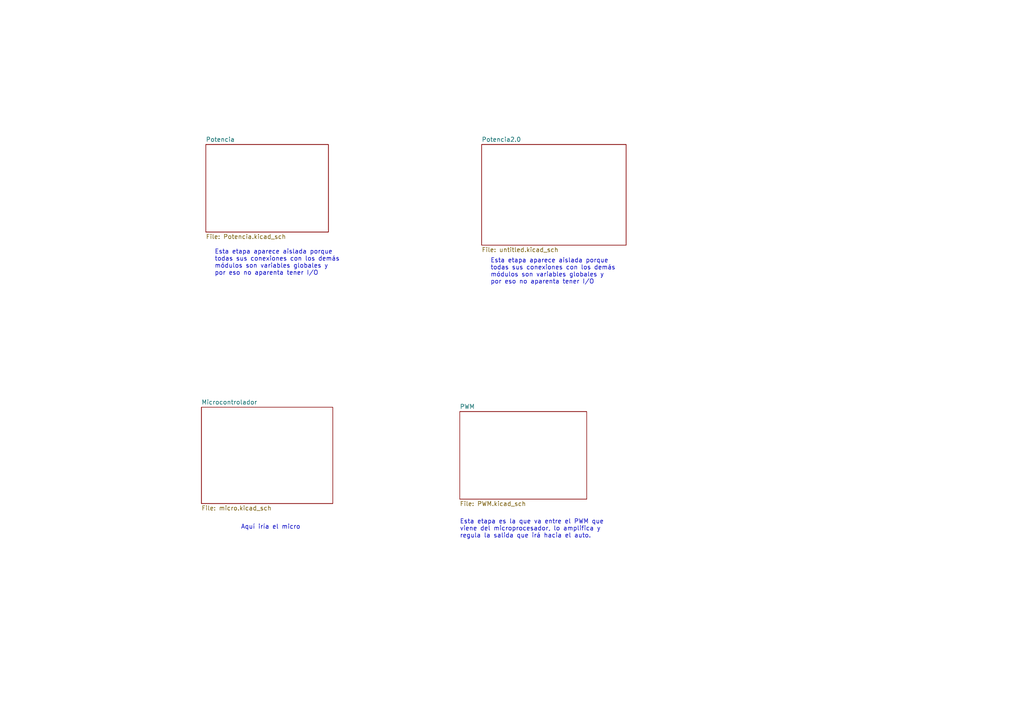
<source format=kicad_sch>
(kicad_sch (version 20230121) (generator eeschema)
  (paper "A4")
  (lib_symbols)
  (text "Aquí iría el micro\n" (at 69.85 153.67 0) (effects (font (size 1.27 1.27)) (justify left bottom)))
  (text "Esta etapa es la que va entre el PWM que \nviene del microprocesador, lo amplifica y \nregula la salida que irá hacia el auto." (at 133.35 156.21 0) (effects (font (size 1.27 1.27)) (justify left bottom)))
  (text "Esta etapa aparece aislada porque\ntodas sus conexiones con los demás\nmódulos son variables globales y\npor eso no aparenta tener I/O" (at 142.24 82.55 0) (effects (font (size 1.27 1.27)) (justify left bottom)))
  (text "Esta etapa aparece aislada porque\ntodas sus conexiones con los demás\nmódulos son variables globales y\npor eso no aparenta tener I/O" (at 62.23 80.01 0) (effects (font (size 1.27 1.27)) (justify left bottom)))
  (sheet (at 58.42 118.11) (size 38.1 27.94) (stroke (width 0.1524))
    (property "Sheetname" "Microcontrolador" (at 58.42 117.3984 0) (effects (justify left bottom)))
    (property "Sheetfile" "micro.kicad_sch" (at 58.42 146.6346 0) (effects (justify left top)))
  )
  (sheet (at 133.35 119.38) (size 36.83 25.4) (stroke (width 0.1524))
    (property "Sheetname" "PWM" (at 133.35 118.6684 0) (effects (justify left bottom)))
    (property "Sheetfile" "PWM.kicad_sch" (at 133.35 145.3646 0) (effects (justify left top)))
  )
  (sheet (at 139.7 41.91) (size 41.91 29.21) (stroke (width 0.1524))
    (property "Sheetname" "Potencia2.0" (at 139.7 41.1984 0) (effects (justify left bottom)))
    (property "Sheetfile" "untitled.kicad_sch" (at 139.7 71.7046 0) (effects (justify left top)))
  )
  (sheet (at 59.69 41.91) (size 35.56 25.4) (stroke (width 0.1524))
    (property "Sheetname" "Potencia" (at 59.69 41.1984 0) (effects (justify left bottom)))
    (property "Sheetfile" "Potencia.kicad_sch" (at 59.69 67.8946 0) (effects (justify left top)))
  )
)
</source>
